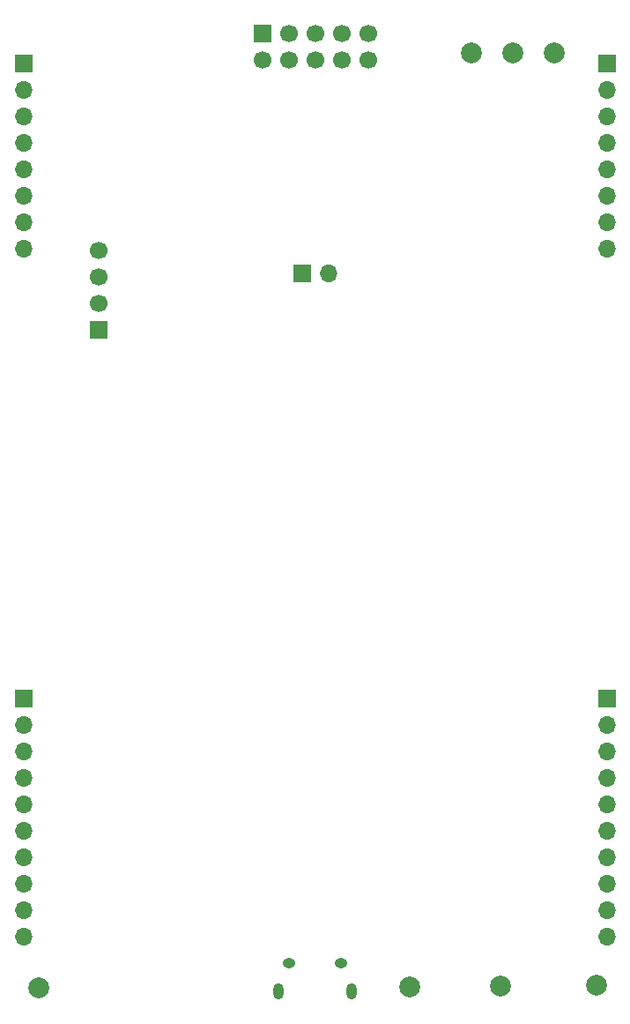
<source format=gbr>
%TF.GenerationSoftware,KiCad,Pcbnew,8.0.7*%
%TF.CreationDate,2025-01-14T15:56:34+00:00*%
%TF.ProjectId,Spectralist_Components,53706563-7472-4616-9c69-73745f436f6d,rev?*%
%TF.SameCoordinates,Original*%
%TF.FileFunction,Soldermask,Top*%
%TF.FilePolarity,Negative*%
%FSLAX46Y46*%
G04 Gerber Fmt 4.6, Leading zero omitted, Abs format (unit mm)*
G04 Created by KiCad (PCBNEW 8.0.7) date 2025-01-14 15:56:34*
%MOMM*%
%LPD*%
G01*
G04 APERTURE LIST*
%ADD10R,1.700000X1.700000*%
%ADD11O,1.700000X1.700000*%
%ADD12C,2.000000*%
%ADD13O,1.250000X0.950000*%
%ADD14O,1.000000X1.550000*%
%ADD15C,1.700000*%
G04 APERTURE END LIST*
D10*
%TO.C,J2*%
X158000000Y-58000000D03*
D11*
X158000000Y-60540000D03*
X158000000Y-63080000D03*
X158000000Y-65620000D03*
X158000000Y-68160000D03*
X158000000Y-70700000D03*
X158000000Y-73240000D03*
X158000000Y-75780000D03*
%TD*%
D10*
%TO.C,J4*%
X158000000Y-119000000D03*
D11*
X158000000Y-121540000D03*
X158000000Y-124080000D03*
X158000000Y-126620000D03*
X158000000Y-129160000D03*
X158000000Y-131700000D03*
X158000000Y-134240000D03*
X158000000Y-136780000D03*
X158000000Y-139320000D03*
X158000000Y-141860000D03*
%TD*%
D10*
%TO.C,J1*%
X102000000Y-58000000D03*
D11*
X102000000Y-60540000D03*
X102000000Y-63080000D03*
X102000000Y-65620000D03*
X102000000Y-68160000D03*
X102000000Y-70700000D03*
X102000000Y-73240000D03*
X102000000Y-75780000D03*
%TD*%
D10*
%TO.C,J3*%
X102000000Y-119000000D03*
D11*
X102000000Y-121540000D03*
X102000000Y-124080000D03*
X102000000Y-126620000D03*
X102000000Y-129160000D03*
X102000000Y-131700000D03*
X102000000Y-134240000D03*
X102000000Y-136780000D03*
X102000000Y-139320000D03*
X102000000Y-141860000D03*
%TD*%
D12*
%TO.C,TP8*%
X157000000Y-146500000D03*
%TD*%
%TO.C,TP6*%
X145000000Y-57000000D03*
%TD*%
%TO.C,TP5*%
X153000000Y-57000000D03*
%TD*%
D10*
%TO.C,J7*%
X128725000Y-78200000D03*
D11*
X131265000Y-78200000D03*
%TD*%
D12*
%TO.C,TP2*%
X149000000Y-57000000D03*
%TD*%
%TO.C,TP3*%
X139100000Y-146700000D03*
%TD*%
%TO.C,TP7*%
X147800000Y-146600000D03*
%TD*%
D13*
%TO.C,J8*%
X132500000Y-144415000D03*
X127500000Y-144415000D03*
D14*
X126500000Y-147115000D03*
X133500000Y-147115000D03*
%TD*%
D10*
%TO.C,J5*%
X124900000Y-55125000D03*
D15*
X124900000Y-57665000D03*
X127440000Y-55125000D03*
X127440000Y-57665000D03*
X129980000Y-55125000D03*
X129980000Y-57665000D03*
X132520000Y-55125000D03*
X132520000Y-57665000D03*
X135060000Y-55125000D03*
X135060000Y-57665000D03*
%TD*%
D12*
%TO.C,TP4*%
X103400000Y-146800000D03*
%TD*%
D10*
%TO.C,J6*%
X109200000Y-83600000D03*
D15*
X109200000Y-81060000D03*
X109200000Y-78520000D03*
X109200000Y-75980000D03*
%TD*%
M02*

</source>
